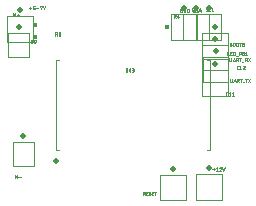
<source format=gbr>
G04 EAGLE Gerber RS-274X export*
G75*
%MOMM*%
%FSLAX34Y34*%
%LPD*%
%INSilkscreen Top*%
%IPPOS*%
%AMOC8*
5,1,8,0,0,1.08239X$1,22.5*%
G01*
%ADD10C,0.500000*%
%ADD11C,0.120000*%
%ADD12C,0.025400*%
%ADD13R,0.300000X0.300000*%


D10*
X31001Y33801D03*
D11*
X31200Y43200D02*
X33501Y43200D01*
X31200Y43200D02*
X31200Y119200D01*
X33501Y119200D01*
X158899Y43200D02*
X161200Y43200D01*
X161200Y119200D01*
X158899Y119200D01*
D12*
X89869Y111921D02*
X89869Y109903D01*
X89871Y109848D01*
X89877Y109793D01*
X89887Y109738D01*
X89900Y109684D01*
X89918Y109632D01*
X89939Y109581D01*
X89964Y109531D01*
X89992Y109483D01*
X90024Y109438D01*
X90059Y109395D01*
X90096Y109354D01*
X90137Y109317D01*
X90180Y109282D01*
X90225Y109250D01*
X90273Y109222D01*
X90323Y109197D01*
X90374Y109176D01*
X90426Y109158D01*
X90480Y109145D01*
X90535Y109135D01*
X90590Y109129D01*
X90645Y109127D01*
X90700Y109129D01*
X90755Y109135D01*
X90810Y109145D01*
X90864Y109158D01*
X90916Y109176D01*
X90967Y109197D01*
X91017Y109222D01*
X91065Y109250D01*
X91110Y109282D01*
X91153Y109317D01*
X91194Y109354D01*
X91231Y109395D01*
X91266Y109438D01*
X91298Y109483D01*
X91326Y109531D01*
X91351Y109581D01*
X91372Y109632D01*
X91390Y109684D01*
X91403Y109738D01*
X91413Y109793D01*
X91419Y109848D01*
X91421Y109903D01*
X91421Y111921D01*
X93297Y111921D02*
X93297Y109127D01*
X93297Y110524D02*
X92909Y110757D01*
X92908Y110756D02*
X92874Y110779D01*
X92841Y110805D01*
X92811Y110834D01*
X92784Y110865D01*
X92759Y110899D01*
X92738Y110935D01*
X92720Y110972D01*
X92706Y111011D01*
X92695Y111051D01*
X92687Y111092D01*
X92683Y111133D01*
X92683Y111175D01*
X92687Y111216D01*
X92695Y111257D01*
X92706Y111297D01*
X92720Y111336D01*
X92738Y111374D01*
X92760Y111410D01*
X92784Y111443D01*
X92812Y111475D01*
X92842Y111503D01*
X92874Y111529D01*
X92909Y111552D01*
X92945Y111572D01*
X92984Y111588D01*
X93023Y111601D01*
X93064Y111610D01*
X93064Y111611D02*
X93131Y111621D01*
X93199Y111628D01*
X93267Y111631D01*
X93336Y111630D01*
X93404Y111625D01*
X93471Y111617D01*
X93538Y111605D01*
X93605Y111589D01*
X93670Y111569D01*
X93734Y111546D01*
X93797Y111519D01*
X93858Y111489D01*
X93918Y111456D01*
X93297Y110524D02*
X93685Y110291D01*
X93685Y110292D02*
X93719Y110269D01*
X93752Y110243D01*
X93782Y110214D01*
X93809Y110183D01*
X93834Y110149D01*
X93855Y110113D01*
X93873Y110076D01*
X93887Y110037D01*
X93898Y109997D01*
X93906Y109956D01*
X93910Y109915D01*
X93910Y109873D01*
X93906Y109832D01*
X93898Y109791D01*
X93887Y109751D01*
X93873Y109712D01*
X93855Y109674D01*
X93833Y109638D01*
X93809Y109605D01*
X93782Y109573D01*
X93751Y109545D01*
X93719Y109519D01*
X93684Y109496D01*
X93648Y109476D01*
X93609Y109460D01*
X93570Y109447D01*
X93529Y109438D01*
X93530Y109437D02*
X93463Y109427D01*
X93395Y109420D01*
X93327Y109417D01*
X93258Y109418D01*
X93190Y109423D01*
X93123Y109431D01*
X93056Y109443D01*
X92989Y109459D01*
X92924Y109479D01*
X92860Y109502D01*
X92797Y109529D01*
X92736Y109559D01*
X92676Y109592D01*
X95081Y109127D02*
X95857Y109127D01*
X95912Y109129D01*
X95967Y109135D01*
X96022Y109145D01*
X96076Y109158D01*
X96128Y109176D01*
X96179Y109197D01*
X96229Y109222D01*
X96277Y109250D01*
X96322Y109282D01*
X96365Y109317D01*
X96406Y109354D01*
X96443Y109395D01*
X96478Y109438D01*
X96510Y109483D01*
X96538Y109531D01*
X96563Y109581D01*
X96584Y109632D01*
X96602Y109684D01*
X96615Y109738D01*
X96625Y109793D01*
X96631Y109848D01*
X96633Y109903D01*
X96631Y109958D01*
X96625Y110013D01*
X96615Y110068D01*
X96602Y110122D01*
X96584Y110174D01*
X96563Y110225D01*
X96538Y110275D01*
X96510Y110323D01*
X96478Y110368D01*
X96443Y110411D01*
X96406Y110452D01*
X96365Y110489D01*
X96322Y110524D01*
X96277Y110556D01*
X96229Y110584D01*
X96179Y110609D01*
X96128Y110630D01*
X96076Y110648D01*
X96022Y110661D01*
X95967Y110671D01*
X95912Y110677D01*
X95857Y110679D01*
X96012Y111921D02*
X95081Y111921D01*
X96012Y111921D02*
X96061Y111919D01*
X96109Y111913D01*
X96157Y111904D01*
X96204Y111891D01*
X96250Y111874D01*
X96294Y111853D01*
X96336Y111829D01*
X96377Y111802D01*
X96415Y111772D01*
X96451Y111739D01*
X96484Y111703D01*
X96514Y111665D01*
X96541Y111624D01*
X96565Y111582D01*
X96586Y111538D01*
X96603Y111492D01*
X96616Y111445D01*
X96625Y111397D01*
X96631Y111349D01*
X96633Y111300D01*
X96631Y111251D01*
X96625Y111203D01*
X96616Y111155D01*
X96603Y111108D01*
X96586Y111062D01*
X96565Y111018D01*
X96541Y110976D01*
X96514Y110935D01*
X96484Y110897D01*
X96451Y110861D01*
X96415Y110828D01*
X96377Y110798D01*
X96336Y110771D01*
X96294Y110747D01*
X96250Y110726D01*
X96204Y110709D01*
X96157Y110696D01*
X96109Y110687D01*
X96061Y110681D01*
X96012Y110679D01*
X95391Y110679D01*
D13*
X124800Y146700D03*
D12*
X130746Y154429D02*
X130746Y157223D01*
X131522Y157223D01*
X131577Y157221D01*
X131632Y157215D01*
X131687Y157205D01*
X131741Y157192D01*
X131793Y157174D01*
X131844Y157153D01*
X131894Y157128D01*
X131942Y157100D01*
X131987Y157068D01*
X132030Y157033D01*
X132071Y156996D01*
X132108Y156955D01*
X132143Y156912D01*
X132175Y156867D01*
X132203Y156819D01*
X132228Y156769D01*
X132249Y156718D01*
X132267Y156666D01*
X132280Y156612D01*
X132290Y156557D01*
X132296Y156502D01*
X132298Y156447D01*
X132296Y156392D01*
X132290Y156337D01*
X132280Y156282D01*
X132267Y156228D01*
X132249Y156176D01*
X132228Y156125D01*
X132203Y156075D01*
X132175Y156027D01*
X132143Y155982D01*
X132108Y155939D01*
X132071Y155898D01*
X132030Y155861D01*
X131987Y155826D01*
X131942Y155794D01*
X131894Y155766D01*
X131844Y155741D01*
X131793Y155720D01*
X131741Y155702D01*
X131687Y155689D01*
X131632Y155679D01*
X131577Y155673D01*
X131522Y155671D01*
X130746Y155671D01*
X131677Y155671D02*
X132298Y154429D01*
X133471Y155050D02*
X134092Y157223D01*
X133471Y155050D02*
X135023Y155050D01*
X134557Y155671D02*
X134557Y154429D01*
D13*
X13500Y149000D03*
D12*
X30446Y142523D02*
X30446Y139729D01*
X30446Y142523D02*
X31222Y142523D01*
X31277Y142521D01*
X31332Y142515D01*
X31387Y142505D01*
X31441Y142492D01*
X31493Y142474D01*
X31544Y142453D01*
X31594Y142428D01*
X31642Y142400D01*
X31687Y142368D01*
X31730Y142333D01*
X31771Y142296D01*
X31808Y142255D01*
X31843Y142212D01*
X31875Y142167D01*
X31903Y142119D01*
X31928Y142069D01*
X31949Y142018D01*
X31967Y141966D01*
X31980Y141912D01*
X31990Y141857D01*
X31996Y141802D01*
X31998Y141747D01*
X31996Y141692D01*
X31990Y141637D01*
X31980Y141582D01*
X31967Y141528D01*
X31949Y141476D01*
X31928Y141425D01*
X31903Y141375D01*
X31875Y141327D01*
X31843Y141282D01*
X31808Y141239D01*
X31771Y141198D01*
X31730Y141161D01*
X31687Y141126D01*
X31642Y141094D01*
X31594Y141066D01*
X31544Y141041D01*
X31493Y141020D01*
X31441Y141002D01*
X31387Y140989D01*
X31332Y140979D01*
X31277Y140973D01*
X31222Y140971D01*
X30446Y140971D01*
X31377Y140971D02*
X31998Y139729D01*
X33171Y140505D02*
X33173Y140560D01*
X33179Y140615D01*
X33189Y140670D01*
X33202Y140724D01*
X33220Y140776D01*
X33241Y140827D01*
X33266Y140877D01*
X33294Y140925D01*
X33326Y140970D01*
X33361Y141013D01*
X33398Y141054D01*
X33439Y141091D01*
X33482Y141126D01*
X33527Y141158D01*
X33575Y141186D01*
X33625Y141211D01*
X33676Y141232D01*
X33728Y141250D01*
X33782Y141263D01*
X33837Y141273D01*
X33892Y141279D01*
X33947Y141281D01*
X34002Y141279D01*
X34057Y141273D01*
X34112Y141263D01*
X34166Y141250D01*
X34218Y141232D01*
X34269Y141211D01*
X34319Y141186D01*
X34367Y141158D01*
X34412Y141126D01*
X34455Y141091D01*
X34496Y141054D01*
X34533Y141013D01*
X34568Y140970D01*
X34600Y140925D01*
X34628Y140877D01*
X34653Y140827D01*
X34674Y140776D01*
X34692Y140724D01*
X34705Y140670D01*
X34715Y140615D01*
X34721Y140560D01*
X34723Y140505D01*
X34721Y140450D01*
X34715Y140395D01*
X34705Y140340D01*
X34692Y140286D01*
X34674Y140234D01*
X34653Y140183D01*
X34628Y140133D01*
X34600Y140085D01*
X34568Y140040D01*
X34533Y139997D01*
X34496Y139956D01*
X34455Y139919D01*
X34412Y139884D01*
X34367Y139852D01*
X34319Y139824D01*
X34269Y139799D01*
X34218Y139778D01*
X34166Y139760D01*
X34112Y139747D01*
X34057Y139737D01*
X34002Y139731D01*
X33947Y139729D01*
X33892Y139731D01*
X33837Y139737D01*
X33782Y139747D01*
X33728Y139760D01*
X33676Y139778D01*
X33625Y139799D01*
X33575Y139824D01*
X33527Y139852D01*
X33482Y139884D01*
X33439Y139919D01*
X33398Y139956D01*
X33361Y139997D01*
X33326Y140040D01*
X33294Y140085D01*
X33266Y140133D01*
X33241Y140183D01*
X33220Y140234D01*
X33202Y140286D01*
X33189Y140340D01*
X33179Y140395D01*
X33173Y140450D01*
X33171Y140505D01*
X33326Y141902D02*
X33328Y141951D01*
X33334Y141999D01*
X33343Y142047D01*
X33356Y142094D01*
X33373Y142140D01*
X33394Y142184D01*
X33418Y142226D01*
X33445Y142267D01*
X33475Y142305D01*
X33508Y142341D01*
X33544Y142374D01*
X33582Y142404D01*
X33623Y142431D01*
X33665Y142455D01*
X33709Y142476D01*
X33755Y142493D01*
X33802Y142506D01*
X33850Y142515D01*
X33898Y142521D01*
X33947Y142523D01*
X33996Y142521D01*
X34044Y142515D01*
X34092Y142506D01*
X34139Y142493D01*
X34185Y142476D01*
X34229Y142455D01*
X34271Y142431D01*
X34312Y142404D01*
X34350Y142374D01*
X34386Y142341D01*
X34419Y142305D01*
X34449Y142267D01*
X34476Y142226D01*
X34500Y142184D01*
X34521Y142140D01*
X34538Y142094D01*
X34551Y142047D01*
X34560Y141999D01*
X34566Y141951D01*
X34568Y141902D01*
X34566Y141853D01*
X34560Y141805D01*
X34551Y141757D01*
X34538Y141710D01*
X34521Y141664D01*
X34500Y141620D01*
X34476Y141578D01*
X34449Y141537D01*
X34419Y141499D01*
X34386Y141463D01*
X34350Y141430D01*
X34312Y141400D01*
X34271Y141373D01*
X34229Y141349D01*
X34185Y141328D01*
X34139Y141311D01*
X34092Y141298D01*
X34044Y141289D01*
X33996Y141283D01*
X33947Y141281D01*
X33898Y141283D01*
X33850Y141289D01*
X33802Y141298D01*
X33755Y141311D01*
X33709Y141328D01*
X33665Y141349D01*
X33623Y141373D01*
X33582Y141400D01*
X33544Y141430D01*
X33508Y141463D01*
X33475Y141499D01*
X33445Y141537D01*
X33418Y141578D01*
X33394Y141620D01*
X33373Y141664D01*
X33356Y141710D01*
X33343Y141757D01*
X33334Y141805D01*
X33328Y141853D01*
X33326Y141902D01*
D13*
X13500Y138800D03*
D12*
X9377Y136271D02*
X9377Y133477D01*
X9377Y136271D02*
X10153Y136271D01*
X10208Y136269D01*
X10263Y136263D01*
X10318Y136253D01*
X10372Y136240D01*
X10424Y136222D01*
X10475Y136201D01*
X10525Y136176D01*
X10573Y136148D01*
X10618Y136116D01*
X10661Y136081D01*
X10702Y136044D01*
X10739Y136003D01*
X10774Y135960D01*
X10806Y135915D01*
X10834Y135867D01*
X10859Y135817D01*
X10880Y135766D01*
X10898Y135714D01*
X10911Y135660D01*
X10921Y135605D01*
X10927Y135550D01*
X10929Y135495D01*
X10927Y135440D01*
X10921Y135385D01*
X10911Y135330D01*
X10898Y135276D01*
X10880Y135224D01*
X10859Y135173D01*
X10834Y135123D01*
X10806Y135075D01*
X10774Y135030D01*
X10739Y134987D01*
X10702Y134946D01*
X10661Y134909D01*
X10618Y134874D01*
X10573Y134842D01*
X10525Y134814D01*
X10475Y134789D01*
X10424Y134768D01*
X10372Y134750D01*
X10318Y134737D01*
X10263Y134727D01*
X10208Y134721D01*
X10153Y134719D01*
X9377Y134719D01*
X10308Y134719D02*
X10929Y133477D01*
X12723Y134719D02*
X13654Y134719D01*
X12723Y134719D02*
X12674Y134721D01*
X12626Y134727D01*
X12578Y134736D01*
X12531Y134749D01*
X12485Y134766D01*
X12441Y134787D01*
X12399Y134811D01*
X12358Y134838D01*
X12320Y134868D01*
X12284Y134901D01*
X12251Y134937D01*
X12221Y134975D01*
X12193Y135016D01*
X12170Y135058D01*
X12149Y135102D01*
X12132Y135148D01*
X12119Y135195D01*
X12110Y135243D01*
X12104Y135291D01*
X12102Y135340D01*
X12102Y135495D01*
X12104Y135550D01*
X12110Y135605D01*
X12120Y135660D01*
X12133Y135714D01*
X12151Y135766D01*
X12172Y135817D01*
X12197Y135867D01*
X12225Y135915D01*
X12257Y135960D01*
X12292Y136003D01*
X12329Y136044D01*
X12370Y136081D01*
X12413Y136116D01*
X12458Y136148D01*
X12506Y136176D01*
X12556Y136201D01*
X12607Y136222D01*
X12659Y136240D01*
X12713Y136253D01*
X12768Y136263D01*
X12823Y136269D01*
X12878Y136271D01*
X12933Y136269D01*
X12988Y136263D01*
X13043Y136253D01*
X13097Y136240D01*
X13149Y136222D01*
X13200Y136201D01*
X13250Y136176D01*
X13298Y136148D01*
X13343Y136116D01*
X13386Y136081D01*
X13427Y136044D01*
X13464Y136003D01*
X13499Y135960D01*
X13531Y135915D01*
X13559Y135867D01*
X13584Y135817D01*
X13605Y135766D01*
X13623Y135714D01*
X13636Y135660D01*
X13646Y135605D01*
X13652Y135550D01*
X13654Y135495D01*
X13654Y134719D01*
X13655Y134719D02*
X13653Y134649D01*
X13647Y134580D01*
X13637Y134511D01*
X13624Y134443D01*
X13606Y134375D01*
X13585Y134309D01*
X13560Y134244D01*
X13532Y134180D01*
X13500Y134118D01*
X13465Y134058D01*
X13426Y134000D01*
X13384Y133945D01*
X13339Y133891D01*
X13291Y133841D01*
X13241Y133793D01*
X13187Y133748D01*
X13132Y133706D01*
X13074Y133667D01*
X13014Y133632D01*
X12952Y133600D01*
X12888Y133572D01*
X12823Y133547D01*
X12757Y133526D01*
X12689Y133508D01*
X12621Y133495D01*
X12552Y133485D01*
X12483Y133479D01*
X12413Y133477D01*
X175448Y88777D02*
X176069Y88777D01*
X175448Y88777D02*
X175399Y88779D01*
X175351Y88785D01*
X175303Y88794D01*
X175256Y88807D01*
X175210Y88824D01*
X175166Y88845D01*
X175124Y88869D01*
X175083Y88896D01*
X175045Y88926D01*
X175009Y88959D01*
X174976Y88995D01*
X174946Y89033D01*
X174919Y89074D01*
X174895Y89116D01*
X174874Y89160D01*
X174857Y89206D01*
X174844Y89253D01*
X174835Y89301D01*
X174829Y89349D01*
X174827Y89398D01*
X174827Y90950D01*
X174829Y90999D01*
X174835Y91047D01*
X174844Y91095D01*
X174857Y91142D01*
X174874Y91188D01*
X174895Y91232D01*
X174919Y91274D01*
X174946Y91315D01*
X174976Y91353D01*
X175009Y91389D01*
X175045Y91422D01*
X175083Y91452D01*
X175124Y91479D01*
X175166Y91503D01*
X175210Y91524D01*
X175256Y91541D01*
X175303Y91554D01*
X175351Y91563D01*
X175399Y91569D01*
X175448Y91571D01*
X176069Y91571D01*
X177121Y90950D02*
X177897Y91571D01*
X177897Y88777D01*
X177121Y88777D02*
X178673Y88777D01*
X179864Y90950D02*
X180640Y91571D01*
X180640Y88777D01*
X179864Y88777D02*
X181417Y88777D01*
X184604Y111529D02*
X185225Y111529D01*
X184604Y111529D02*
X184555Y111531D01*
X184507Y111537D01*
X184459Y111546D01*
X184412Y111559D01*
X184366Y111576D01*
X184322Y111597D01*
X184280Y111621D01*
X184239Y111648D01*
X184201Y111678D01*
X184165Y111711D01*
X184132Y111747D01*
X184102Y111785D01*
X184075Y111826D01*
X184051Y111868D01*
X184030Y111912D01*
X184013Y111958D01*
X184000Y112005D01*
X183991Y112053D01*
X183985Y112101D01*
X183983Y112150D01*
X183983Y113702D01*
X183985Y113751D01*
X183991Y113799D01*
X184000Y113847D01*
X184013Y113894D01*
X184030Y113940D01*
X184051Y113984D01*
X184075Y114026D01*
X184102Y114067D01*
X184132Y114105D01*
X184165Y114141D01*
X184201Y114174D01*
X184239Y114204D01*
X184280Y114231D01*
X184322Y114255D01*
X184366Y114276D01*
X184412Y114293D01*
X184459Y114306D01*
X184507Y114315D01*
X184555Y114321D01*
X184604Y114323D01*
X185225Y114323D01*
X186278Y113702D02*
X187054Y114323D01*
X187054Y111529D01*
X186278Y111529D02*
X187830Y111529D01*
X190574Y113625D02*
X190572Y113675D01*
X190567Y113724D01*
X190558Y113774D01*
X190546Y113822D01*
X190530Y113869D01*
X190511Y113915D01*
X190488Y113960D01*
X190463Y114003D01*
X190435Y114044D01*
X190403Y114083D01*
X190369Y114119D01*
X190333Y114153D01*
X190294Y114185D01*
X190253Y114213D01*
X190210Y114238D01*
X190165Y114261D01*
X190119Y114280D01*
X190072Y114296D01*
X190024Y114308D01*
X189974Y114317D01*
X189925Y114322D01*
X189875Y114324D01*
X189875Y114323D02*
X189819Y114321D01*
X189762Y114316D01*
X189707Y114307D01*
X189652Y114295D01*
X189598Y114279D01*
X189545Y114260D01*
X189493Y114238D01*
X189443Y114212D01*
X189394Y114183D01*
X189347Y114151D01*
X189303Y114117D01*
X189261Y114080D01*
X189221Y114040D01*
X189183Y113997D01*
X189149Y113953D01*
X189117Y113906D01*
X189089Y113858D01*
X189063Y113807D01*
X189041Y113755D01*
X189022Y113702D01*
X190340Y113082D02*
X190376Y113118D01*
X190409Y113156D01*
X190439Y113197D01*
X190466Y113240D01*
X190491Y113284D01*
X190512Y113330D01*
X190531Y113377D01*
X190546Y113425D01*
X190558Y113474D01*
X190566Y113524D01*
X190571Y113574D01*
X190573Y113625D01*
X190340Y113081D02*
X189021Y111529D01*
X190573Y111529D01*
D10*
X-800Y146740D03*
D11*
X8200Y121700D02*
X-9800Y121700D01*
X-9800Y141700D01*
X8200Y141700D01*
X8200Y121700D01*
D12*
X-5232Y155917D02*
X-5232Y158711D01*
X-4300Y157159D01*
X-3369Y158711D01*
X-3369Y155917D01*
X-2031Y157004D02*
X-168Y157004D01*
X-1100Y157935D02*
X-1100Y156072D01*
D10*
X3200Y54640D03*
D11*
X12200Y29600D02*
X-5800Y29600D01*
X-5800Y49600D01*
X12200Y49600D01*
X12200Y29600D01*
D12*
X-4032Y21811D02*
X-4032Y19017D01*
X-3100Y20259D02*
X-4032Y21811D01*
X-3100Y20259D02*
X-2169Y21811D01*
X-2169Y19017D01*
X-831Y20104D02*
X1032Y20104D01*
D10*
X165700Y146940D03*
D11*
X176600Y120100D02*
X154800Y120100D01*
X154800Y141900D01*
X176600Y141900D01*
X176600Y120100D01*
D12*
X177987Y132469D02*
X178763Y132469D01*
X178818Y132467D01*
X178873Y132461D01*
X178928Y132451D01*
X178982Y132438D01*
X179034Y132420D01*
X179085Y132399D01*
X179135Y132374D01*
X179183Y132346D01*
X179228Y132314D01*
X179271Y132279D01*
X179312Y132242D01*
X179349Y132201D01*
X179384Y132158D01*
X179416Y132113D01*
X179444Y132065D01*
X179469Y132015D01*
X179490Y131964D01*
X179508Y131912D01*
X179521Y131858D01*
X179531Y131803D01*
X179537Y131748D01*
X179539Y131693D01*
X179537Y131638D01*
X179531Y131583D01*
X179521Y131528D01*
X179508Y131474D01*
X179490Y131422D01*
X179469Y131371D01*
X179444Y131321D01*
X179416Y131273D01*
X179384Y131228D01*
X179349Y131185D01*
X179312Y131144D01*
X179271Y131107D01*
X179228Y131072D01*
X179183Y131040D01*
X179135Y131012D01*
X179085Y130987D01*
X179034Y130966D01*
X178982Y130948D01*
X178928Y130935D01*
X178873Y130925D01*
X178818Y130919D01*
X178763Y130917D01*
X177987Y130917D01*
X177987Y133711D01*
X178763Y133711D01*
X178812Y133709D01*
X178860Y133703D01*
X178908Y133694D01*
X178955Y133681D01*
X179001Y133664D01*
X179045Y133643D01*
X179087Y133619D01*
X179128Y133592D01*
X179166Y133562D01*
X179202Y133529D01*
X179235Y133493D01*
X179265Y133455D01*
X179292Y133414D01*
X179316Y133372D01*
X179337Y133328D01*
X179354Y133282D01*
X179367Y133235D01*
X179376Y133187D01*
X179382Y133139D01*
X179384Y133090D01*
X179382Y133041D01*
X179376Y132993D01*
X179367Y132945D01*
X179354Y132898D01*
X179337Y132852D01*
X179316Y132808D01*
X179292Y132766D01*
X179265Y132725D01*
X179235Y132687D01*
X179202Y132651D01*
X179166Y132618D01*
X179128Y132588D01*
X179087Y132561D01*
X179045Y132537D01*
X179001Y132516D01*
X178955Y132499D01*
X178908Y132486D01*
X178860Y132477D01*
X178812Y132471D01*
X178763Y132469D01*
X180597Y132935D02*
X180597Y131693D01*
X180597Y132935D02*
X180599Y132990D01*
X180605Y133045D01*
X180615Y133100D01*
X180628Y133154D01*
X180646Y133206D01*
X180667Y133257D01*
X180692Y133307D01*
X180720Y133355D01*
X180752Y133400D01*
X180787Y133443D01*
X180824Y133484D01*
X180865Y133521D01*
X180908Y133556D01*
X180953Y133588D01*
X181001Y133616D01*
X181051Y133641D01*
X181102Y133662D01*
X181154Y133680D01*
X181208Y133693D01*
X181263Y133703D01*
X181318Y133709D01*
X181373Y133711D01*
X181428Y133709D01*
X181483Y133703D01*
X181538Y133693D01*
X181592Y133680D01*
X181644Y133662D01*
X181695Y133641D01*
X181745Y133616D01*
X181793Y133588D01*
X181838Y133556D01*
X181881Y133521D01*
X181922Y133484D01*
X181959Y133443D01*
X181994Y133400D01*
X182026Y133355D01*
X182054Y133307D01*
X182079Y133257D01*
X182100Y133206D01*
X182118Y133154D01*
X182131Y133100D01*
X182141Y133045D01*
X182147Y132990D01*
X182149Y132935D01*
X182149Y131693D01*
X182147Y131638D01*
X182141Y131583D01*
X182131Y131528D01*
X182118Y131474D01*
X182100Y131422D01*
X182079Y131371D01*
X182054Y131321D01*
X182026Y131273D01*
X181994Y131228D01*
X181959Y131185D01*
X181922Y131144D01*
X181881Y131107D01*
X181838Y131072D01*
X181793Y131040D01*
X181745Y131012D01*
X181695Y130987D01*
X181644Y130966D01*
X181592Y130948D01*
X181538Y130935D01*
X181483Y130925D01*
X181428Y130919D01*
X181373Y130917D01*
X181318Y130919D01*
X181263Y130925D01*
X181208Y130935D01*
X181154Y130948D01*
X181102Y130966D01*
X181051Y130987D01*
X181001Y131012D01*
X180953Y131040D01*
X180908Y131072D01*
X180865Y131107D01*
X180824Y131144D01*
X180787Y131185D01*
X180752Y131228D01*
X180720Y131273D01*
X180692Y131321D01*
X180667Y131371D01*
X180646Y131422D01*
X180628Y131474D01*
X180615Y131528D01*
X180605Y131583D01*
X180599Y131638D01*
X180597Y131693D01*
X183340Y131693D02*
X183340Y132935D01*
X183342Y132990D01*
X183348Y133045D01*
X183358Y133100D01*
X183371Y133154D01*
X183389Y133206D01*
X183410Y133257D01*
X183435Y133307D01*
X183463Y133355D01*
X183495Y133400D01*
X183530Y133443D01*
X183567Y133484D01*
X183608Y133521D01*
X183651Y133556D01*
X183696Y133588D01*
X183744Y133616D01*
X183794Y133641D01*
X183845Y133662D01*
X183897Y133680D01*
X183951Y133693D01*
X184006Y133703D01*
X184061Y133709D01*
X184116Y133711D01*
X184171Y133709D01*
X184226Y133703D01*
X184281Y133693D01*
X184335Y133680D01*
X184387Y133662D01*
X184438Y133641D01*
X184488Y133616D01*
X184536Y133588D01*
X184581Y133556D01*
X184624Y133521D01*
X184665Y133484D01*
X184702Y133443D01*
X184737Y133400D01*
X184769Y133355D01*
X184797Y133307D01*
X184822Y133257D01*
X184843Y133206D01*
X184861Y133154D01*
X184874Y133100D01*
X184884Y133045D01*
X184890Y132990D01*
X184892Y132935D01*
X184893Y132935D02*
X184893Y131693D01*
X184892Y131693D02*
X184890Y131638D01*
X184884Y131583D01*
X184874Y131528D01*
X184861Y131474D01*
X184843Y131422D01*
X184822Y131371D01*
X184797Y131321D01*
X184769Y131273D01*
X184737Y131228D01*
X184702Y131185D01*
X184665Y131144D01*
X184624Y131107D01*
X184581Y131072D01*
X184536Y131040D01*
X184488Y131012D01*
X184438Y130987D01*
X184387Y130966D01*
X184335Y130948D01*
X184281Y130935D01*
X184226Y130925D01*
X184171Y130919D01*
X184116Y130917D01*
X184061Y130919D01*
X184006Y130925D01*
X183951Y130935D01*
X183897Y130948D01*
X183845Y130966D01*
X183794Y130987D01*
X183744Y131012D01*
X183696Y131040D01*
X183651Y131072D01*
X183608Y131107D01*
X183567Y131144D01*
X183530Y131185D01*
X183495Y131228D01*
X183463Y131273D01*
X183435Y131321D01*
X183410Y131371D01*
X183389Y131422D01*
X183371Y131474D01*
X183358Y131528D01*
X183348Y131583D01*
X183342Y131638D01*
X183340Y131693D01*
X186677Y130917D02*
X186677Y133711D01*
X185901Y133711D02*
X187453Y133711D01*
X188694Y133323D02*
X188654Y133237D01*
X188618Y133149D01*
X188585Y133060D01*
X188556Y132970D01*
X188531Y132878D01*
X188510Y132785D01*
X188492Y132692D01*
X188479Y132598D01*
X188469Y132504D01*
X188463Y132409D01*
X188461Y132314D01*
X188694Y133323D02*
X188710Y133365D01*
X188729Y133405D01*
X188752Y133443D01*
X188777Y133480D01*
X188805Y133515D01*
X188835Y133547D01*
X188868Y133577D01*
X188903Y133604D01*
X188941Y133629D01*
X188980Y133650D01*
X189020Y133668D01*
X189062Y133684D01*
X189105Y133696D01*
X189148Y133704D01*
X189193Y133709D01*
X189237Y133711D01*
X189281Y133709D01*
X189326Y133704D01*
X189369Y133696D01*
X189412Y133684D01*
X189454Y133668D01*
X189494Y133650D01*
X189533Y133629D01*
X189571Y133604D01*
X189606Y133577D01*
X189639Y133547D01*
X189669Y133515D01*
X189697Y133480D01*
X189722Y133443D01*
X189745Y133405D01*
X189764Y133365D01*
X189780Y133323D01*
X189820Y133237D01*
X189856Y133149D01*
X189889Y133060D01*
X189918Y132969D01*
X189943Y132878D01*
X189964Y132785D01*
X189982Y132692D01*
X189995Y132598D01*
X190005Y132504D01*
X190011Y132409D01*
X190013Y132314D01*
X188461Y132314D02*
X188463Y132219D01*
X188469Y132124D01*
X188479Y132030D01*
X188492Y131936D01*
X188510Y131843D01*
X188531Y131750D01*
X188556Y131659D01*
X188585Y131568D01*
X188618Y131479D01*
X188654Y131391D01*
X188694Y131305D01*
X188710Y131263D01*
X188729Y131223D01*
X188752Y131185D01*
X188777Y131148D01*
X188805Y131113D01*
X188835Y131081D01*
X188868Y131051D01*
X188903Y131024D01*
X188941Y130999D01*
X188980Y130978D01*
X189020Y130960D01*
X189062Y130944D01*
X189105Y130932D01*
X189148Y130924D01*
X189193Y130919D01*
X189237Y130917D01*
X189781Y131305D02*
X189821Y131391D01*
X189857Y131479D01*
X189890Y131568D01*
X189919Y131658D01*
X189944Y131750D01*
X189965Y131843D01*
X189983Y131936D01*
X189996Y132030D01*
X190006Y132124D01*
X190012Y132219D01*
X190014Y132314D01*
X189780Y131305D02*
X189764Y131263D01*
X189745Y131223D01*
X189722Y131185D01*
X189697Y131148D01*
X189669Y131113D01*
X189639Y131081D01*
X189606Y131051D01*
X189571Y131024D01*
X189533Y130999D01*
X189494Y130978D01*
X189454Y130960D01*
X189412Y130944D01*
X189369Y130932D01*
X189326Y130924D01*
X189281Y130919D01*
X189237Y130917D01*
X188616Y131538D02*
X189858Y133090D01*
D10*
X165300Y115440D03*
D11*
X176200Y88600D02*
X154400Y88600D01*
X154400Y110400D01*
X176200Y110400D01*
X176200Y88600D01*
D12*
X178465Y101193D02*
X178465Y103211D01*
X178466Y101193D02*
X178468Y101138D01*
X178474Y101083D01*
X178484Y101028D01*
X178497Y100974D01*
X178515Y100922D01*
X178536Y100871D01*
X178561Y100821D01*
X178589Y100773D01*
X178621Y100728D01*
X178656Y100685D01*
X178693Y100644D01*
X178734Y100607D01*
X178777Y100572D01*
X178822Y100540D01*
X178870Y100512D01*
X178920Y100487D01*
X178971Y100466D01*
X179023Y100448D01*
X179077Y100435D01*
X179132Y100425D01*
X179187Y100419D01*
X179242Y100417D01*
X179297Y100419D01*
X179352Y100425D01*
X179407Y100435D01*
X179461Y100448D01*
X179513Y100466D01*
X179564Y100487D01*
X179614Y100512D01*
X179662Y100540D01*
X179707Y100572D01*
X179750Y100607D01*
X179791Y100644D01*
X179828Y100685D01*
X179863Y100728D01*
X179895Y100773D01*
X179923Y100821D01*
X179948Y100871D01*
X179969Y100922D01*
X179987Y100974D01*
X180000Y101028D01*
X180010Y101083D01*
X180016Y101138D01*
X180018Y101193D01*
X180018Y103211D01*
X182076Y103211D02*
X181145Y100417D01*
X183008Y100417D02*
X182076Y103211D01*
X182775Y101116D02*
X181378Y101116D01*
X184153Y100417D02*
X184153Y103211D01*
X184929Y103211D01*
X184984Y103209D01*
X185039Y103203D01*
X185094Y103193D01*
X185148Y103180D01*
X185200Y103162D01*
X185251Y103141D01*
X185301Y103116D01*
X185349Y103088D01*
X185394Y103056D01*
X185437Y103021D01*
X185478Y102984D01*
X185515Y102943D01*
X185550Y102900D01*
X185582Y102855D01*
X185610Y102807D01*
X185635Y102757D01*
X185656Y102706D01*
X185674Y102654D01*
X185687Y102600D01*
X185697Y102545D01*
X185703Y102490D01*
X185705Y102435D01*
X185703Y102380D01*
X185697Y102325D01*
X185687Y102270D01*
X185674Y102216D01*
X185656Y102164D01*
X185635Y102113D01*
X185610Y102063D01*
X185582Y102015D01*
X185550Y101970D01*
X185515Y101927D01*
X185478Y101886D01*
X185437Y101849D01*
X185394Y101814D01*
X185349Y101782D01*
X185301Y101754D01*
X185251Y101729D01*
X185200Y101708D01*
X185148Y101690D01*
X185094Y101677D01*
X185039Y101667D01*
X184984Y101661D01*
X184929Y101659D01*
X184153Y101659D01*
X185084Y101659D02*
X185705Y100417D01*
X187471Y100417D02*
X187471Y103211D01*
X186695Y103211D02*
X188247Y103211D01*
X189136Y100107D02*
X190378Y100107D01*
X192043Y100417D02*
X192043Y103211D01*
X191267Y103211D02*
X192819Y103211D01*
X195535Y103211D02*
X193672Y100417D01*
X195535Y100417D02*
X193672Y103211D01*
D10*
X166000Y127040D03*
D11*
X176900Y100200D02*
X155100Y100200D01*
X155100Y122000D01*
X176900Y122000D01*
X176900Y100200D01*
D12*
X177737Y118693D02*
X177737Y120711D01*
X177737Y118693D02*
X177739Y118638D01*
X177745Y118583D01*
X177755Y118528D01*
X177768Y118474D01*
X177786Y118422D01*
X177807Y118371D01*
X177832Y118321D01*
X177860Y118273D01*
X177892Y118228D01*
X177927Y118185D01*
X177964Y118144D01*
X178005Y118107D01*
X178048Y118072D01*
X178093Y118040D01*
X178141Y118012D01*
X178191Y117987D01*
X178242Y117966D01*
X178294Y117948D01*
X178348Y117935D01*
X178403Y117925D01*
X178458Y117919D01*
X178513Y117917D01*
X178568Y117919D01*
X178623Y117925D01*
X178678Y117935D01*
X178732Y117948D01*
X178784Y117966D01*
X178835Y117987D01*
X178885Y118012D01*
X178933Y118040D01*
X178978Y118072D01*
X179021Y118107D01*
X179062Y118144D01*
X179099Y118185D01*
X179134Y118228D01*
X179166Y118273D01*
X179194Y118321D01*
X179219Y118371D01*
X179240Y118422D01*
X179258Y118474D01*
X179271Y118528D01*
X179281Y118583D01*
X179287Y118638D01*
X179289Y118693D01*
X179289Y120711D01*
X181348Y120711D02*
X180416Y117917D01*
X182279Y117917D02*
X181348Y120711D01*
X182046Y118616D02*
X180649Y118616D01*
X183424Y117917D02*
X183424Y120711D01*
X184200Y120711D01*
X184255Y120709D01*
X184310Y120703D01*
X184365Y120693D01*
X184419Y120680D01*
X184471Y120662D01*
X184522Y120641D01*
X184572Y120616D01*
X184620Y120588D01*
X184665Y120556D01*
X184708Y120521D01*
X184749Y120484D01*
X184786Y120443D01*
X184821Y120400D01*
X184853Y120355D01*
X184881Y120307D01*
X184906Y120257D01*
X184927Y120206D01*
X184945Y120154D01*
X184958Y120100D01*
X184968Y120045D01*
X184974Y119990D01*
X184976Y119935D01*
X184974Y119880D01*
X184968Y119825D01*
X184958Y119770D01*
X184945Y119716D01*
X184927Y119664D01*
X184906Y119613D01*
X184881Y119563D01*
X184853Y119515D01*
X184821Y119470D01*
X184786Y119427D01*
X184749Y119386D01*
X184708Y119349D01*
X184665Y119314D01*
X184620Y119282D01*
X184572Y119254D01*
X184522Y119229D01*
X184471Y119208D01*
X184419Y119190D01*
X184365Y119177D01*
X184310Y119167D01*
X184255Y119161D01*
X184200Y119159D01*
X183424Y119159D01*
X184355Y119159D02*
X184976Y117917D01*
X186742Y117917D02*
X186742Y120711D01*
X185966Y120711D02*
X187519Y120711D01*
X188408Y117607D02*
X189649Y117607D01*
X190831Y117917D02*
X190831Y120711D01*
X191607Y120711D01*
X191662Y120709D01*
X191717Y120703D01*
X191772Y120693D01*
X191826Y120680D01*
X191878Y120662D01*
X191929Y120641D01*
X191979Y120616D01*
X192027Y120588D01*
X192072Y120556D01*
X192115Y120521D01*
X192156Y120484D01*
X192193Y120443D01*
X192228Y120400D01*
X192260Y120355D01*
X192288Y120307D01*
X192313Y120257D01*
X192334Y120206D01*
X192352Y120154D01*
X192365Y120100D01*
X192375Y120045D01*
X192381Y119990D01*
X192383Y119935D01*
X192381Y119880D01*
X192375Y119825D01*
X192365Y119770D01*
X192352Y119716D01*
X192334Y119664D01*
X192313Y119613D01*
X192288Y119563D01*
X192260Y119515D01*
X192228Y119470D01*
X192193Y119427D01*
X192156Y119386D01*
X192115Y119349D01*
X192072Y119314D01*
X192027Y119282D01*
X191979Y119254D01*
X191929Y119229D01*
X191878Y119208D01*
X191826Y119190D01*
X191772Y119177D01*
X191717Y119167D01*
X191662Y119161D01*
X191607Y119159D01*
X190831Y119159D01*
X191762Y119159D02*
X192383Y117917D01*
X193401Y117917D02*
X195263Y120711D01*
X193401Y120711D02*
X195263Y117917D01*
D10*
X139300Y163040D03*
D11*
X150200Y136200D02*
X128400Y136200D01*
X128400Y158000D01*
X150200Y158000D01*
X150200Y136200D01*
D12*
X137650Y160969D02*
X137184Y160969D01*
X137650Y160969D02*
X137650Y159417D01*
X136719Y159417D01*
X136670Y159419D01*
X136622Y159425D01*
X136574Y159434D01*
X136527Y159447D01*
X136481Y159464D01*
X136437Y159485D01*
X136395Y159509D01*
X136354Y159536D01*
X136316Y159566D01*
X136280Y159599D01*
X136247Y159635D01*
X136217Y159673D01*
X136190Y159714D01*
X136166Y159756D01*
X136145Y159800D01*
X136128Y159846D01*
X136115Y159893D01*
X136106Y159941D01*
X136100Y159989D01*
X136098Y160038D01*
X136098Y161590D01*
X136100Y161639D01*
X136106Y161687D01*
X136115Y161735D01*
X136128Y161782D01*
X136145Y161828D01*
X136166Y161872D01*
X136190Y161914D01*
X136217Y161955D01*
X136247Y161993D01*
X136280Y162029D01*
X136316Y162062D01*
X136354Y162092D01*
X136395Y162119D01*
X136437Y162143D01*
X136481Y162164D01*
X136527Y162181D01*
X136574Y162194D01*
X136622Y162203D01*
X136670Y162209D01*
X136719Y162211D01*
X137650Y162211D01*
X139024Y162211D02*
X139024Y159417D01*
X140576Y159417D02*
X139024Y162211D01*
X140576Y162211D02*
X140576Y159417D01*
X141950Y159417D02*
X141950Y162211D01*
X142726Y162211D01*
X142781Y162209D01*
X142836Y162203D01*
X142891Y162193D01*
X142945Y162180D01*
X142997Y162162D01*
X143048Y162141D01*
X143098Y162116D01*
X143146Y162088D01*
X143191Y162056D01*
X143234Y162021D01*
X143275Y161984D01*
X143312Y161943D01*
X143347Y161900D01*
X143379Y161855D01*
X143407Y161807D01*
X143432Y161757D01*
X143453Y161706D01*
X143471Y161654D01*
X143484Y161600D01*
X143494Y161545D01*
X143500Y161490D01*
X143502Y161435D01*
X143502Y160193D01*
X143500Y160140D01*
X143495Y160087D01*
X143486Y160035D01*
X143473Y159984D01*
X143457Y159933D01*
X143438Y159884D01*
X143415Y159836D01*
X143389Y159790D01*
X143360Y159745D01*
X143328Y159703D01*
X143293Y159663D01*
X143256Y159626D01*
X143216Y159591D01*
X143173Y159559D01*
X143129Y159530D01*
X143083Y159504D01*
X143035Y159481D01*
X142986Y159462D01*
X142935Y159446D01*
X142884Y159433D01*
X142832Y159424D01*
X142779Y159419D01*
X142726Y159417D01*
X141950Y159417D01*
D10*
X130100Y27040D03*
D11*
X141000Y200D02*
X119200Y200D01*
X119200Y22000D01*
X141000Y22000D01*
X141000Y200D01*
D12*
X104395Y4917D02*
X104395Y7711D01*
X105171Y7711D01*
X105226Y7709D01*
X105281Y7703D01*
X105336Y7693D01*
X105390Y7680D01*
X105442Y7662D01*
X105493Y7641D01*
X105543Y7616D01*
X105591Y7588D01*
X105636Y7556D01*
X105679Y7521D01*
X105720Y7484D01*
X105757Y7443D01*
X105792Y7400D01*
X105824Y7355D01*
X105852Y7307D01*
X105877Y7257D01*
X105898Y7206D01*
X105916Y7154D01*
X105929Y7100D01*
X105939Y7045D01*
X105945Y6990D01*
X105947Y6935D01*
X105945Y6880D01*
X105939Y6825D01*
X105929Y6770D01*
X105916Y6716D01*
X105898Y6664D01*
X105877Y6613D01*
X105852Y6563D01*
X105824Y6515D01*
X105792Y6470D01*
X105757Y6427D01*
X105720Y6386D01*
X105679Y6349D01*
X105636Y6314D01*
X105591Y6282D01*
X105543Y6254D01*
X105493Y6229D01*
X105442Y6208D01*
X105390Y6190D01*
X105336Y6177D01*
X105281Y6167D01*
X105226Y6161D01*
X105171Y6159D01*
X104395Y6159D01*
X105327Y6159D02*
X105947Y4917D01*
X107217Y4917D02*
X108459Y4917D01*
X107217Y4917D02*
X107217Y7711D01*
X108459Y7711D01*
X108149Y6469D02*
X107217Y6469D01*
X110338Y4917D02*
X110387Y4919D01*
X110435Y4925D01*
X110483Y4934D01*
X110530Y4947D01*
X110576Y4964D01*
X110620Y4985D01*
X110662Y5009D01*
X110703Y5036D01*
X110741Y5066D01*
X110777Y5099D01*
X110810Y5135D01*
X110840Y5173D01*
X110867Y5214D01*
X110891Y5256D01*
X110912Y5300D01*
X110929Y5346D01*
X110942Y5393D01*
X110951Y5441D01*
X110957Y5489D01*
X110959Y5538D01*
X110338Y4917D02*
X110269Y4919D01*
X110200Y4924D01*
X110132Y4933D01*
X110064Y4946D01*
X109997Y4962D01*
X109930Y4982D01*
X109865Y5005D01*
X109802Y5032D01*
X109739Y5061D01*
X109679Y5095D01*
X109620Y5131D01*
X109563Y5170D01*
X109509Y5212D01*
X109456Y5257D01*
X109406Y5305D01*
X109484Y7090D02*
X109486Y7139D01*
X109492Y7187D01*
X109501Y7235D01*
X109514Y7282D01*
X109531Y7328D01*
X109552Y7372D01*
X109576Y7414D01*
X109603Y7455D01*
X109633Y7493D01*
X109666Y7529D01*
X109702Y7562D01*
X109740Y7592D01*
X109781Y7620D01*
X109823Y7643D01*
X109867Y7664D01*
X109913Y7681D01*
X109960Y7694D01*
X110008Y7703D01*
X110056Y7709D01*
X110105Y7711D01*
X110167Y7709D01*
X110230Y7704D01*
X110291Y7696D01*
X110353Y7684D01*
X110413Y7669D01*
X110473Y7651D01*
X110532Y7630D01*
X110589Y7606D01*
X110645Y7578D01*
X110700Y7548D01*
X110752Y7514D01*
X110803Y7478D01*
X109795Y6546D02*
X109755Y6572D01*
X109718Y6600D01*
X109683Y6630D01*
X109650Y6664D01*
X109619Y6699D01*
X109592Y6737D01*
X109567Y6777D01*
X109545Y6818D01*
X109527Y6861D01*
X109512Y6906D01*
X109500Y6951D01*
X109491Y6997D01*
X109486Y7043D01*
X109484Y7090D01*
X110648Y6082D02*
X110688Y6056D01*
X110725Y6028D01*
X110760Y5998D01*
X110793Y5964D01*
X110824Y5929D01*
X110851Y5891D01*
X110876Y5851D01*
X110898Y5810D01*
X110916Y5767D01*
X110931Y5722D01*
X110943Y5677D01*
X110952Y5631D01*
X110957Y5585D01*
X110959Y5538D01*
X110648Y6081D02*
X109794Y6547D01*
X112155Y4917D02*
X113397Y4917D01*
X112155Y4917D02*
X112155Y7711D01*
X113397Y7711D01*
X113086Y6469D02*
X112155Y6469D01*
X115029Y7711D02*
X115029Y4917D01*
X114253Y7711D02*
X115805Y7711D01*
D10*
X165800Y137040D03*
D11*
X176700Y110200D02*
X154900Y110200D01*
X154900Y132000D01*
X176700Y132000D01*
X176700Y110200D01*
D12*
X176092Y123117D02*
X176092Y125911D01*
X176092Y123117D02*
X177333Y123117D01*
X178469Y123117D02*
X179711Y123117D01*
X178469Y123117D02*
X178469Y125911D01*
X179711Y125911D01*
X179400Y124669D02*
X178469Y124669D01*
X180841Y125911D02*
X180841Y123117D01*
X180841Y125911D02*
X181617Y125911D01*
X181672Y125909D01*
X181727Y125903D01*
X181782Y125893D01*
X181836Y125880D01*
X181888Y125862D01*
X181939Y125841D01*
X181989Y125816D01*
X182037Y125788D01*
X182082Y125756D01*
X182125Y125721D01*
X182166Y125684D01*
X182203Y125643D01*
X182238Y125600D01*
X182270Y125555D01*
X182298Y125507D01*
X182323Y125457D01*
X182344Y125406D01*
X182362Y125354D01*
X182375Y125300D01*
X182385Y125245D01*
X182391Y125190D01*
X182393Y125135D01*
X182393Y123893D01*
X182391Y123840D01*
X182386Y123787D01*
X182377Y123735D01*
X182364Y123684D01*
X182348Y123633D01*
X182329Y123584D01*
X182306Y123536D01*
X182280Y123490D01*
X182251Y123445D01*
X182219Y123403D01*
X182184Y123363D01*
X182147Y123326D01*
X182107Y123291D01*
X182064Y123259D01*
X182020Y123230D01*
X181974Y123204D01*
X181926Y123181D01*
X181877Y123162D01*
X181826Y123146D01*
X181775Y123133D01*
X181723Y123124D01*
X181670Y123119D01*
X181617Y123117D01*
X180841Y123117D01*
X183556Y122807D02*
X184798Y122807D01*
X186003Y123117D02*
X186003Y125911D01*
X186779Y125911D01*
X186834Y125909D01*
X186889Y125903D01*
X186944Y125893D01*
X186998Y125880D01*
X187050Y125862D01*
X187101Y125841D01*
X187151Y125816D01*
X187199Y125788D01*
X187244Y125756D01*
X187287Y125721D01*
X187328Y125684D01*
X187365Y125643D01*
X187400Y125600D01*
X187432Y125555D01*
X187460Y125507D01*
X187485Y125457D01*
X187506Y125406D01*
X187524Y125354D01*
X187537Y125300D01*
X187547Y125245D01*
X187553Y125190D01*
X187555Y125135D01*
X187553Y125080D01*
X187547Y125025D01*
X187537Y124970D01*
X187524Y124916D01*
X187506Y124864D01*
X187485Y124813D01*
X187460Y124763D01*
X187432Y124715D01*
X187400Y124670D01*
X187365Y124627D01*
X187328Y124586D01*
X187287Y124549D01*
X187244Y124514D01*
X187199Y124482D01*
X187151Y124454D01*
X187101Y124429D01*
X187050Y124408D01*
X186998Y124390D01*
X186944Y124377D01*
X186889Y124367D01*
X186834Y124361D01*
X186779Y124359D01*
X186003Y124359D01*
X188746Y124669D02*
X189522Y124669D01*
X189577Y124667D01*
X189632Y124661D01*
X189687Y124651D01*
X189741Y124638D01*
X189793Y124620D01*
X189844Y124599D01*
X189894Y124574D01*
X189942Y124546D01*
X189987Y124514D01*
X190030Y124479D01*
X190071Y124442D01*
X190108Y124401D01*
X190143Y124358D01*
X190175Y124313D01*
X190203Y124265D01*
X190228Y124215D01*
X190249Y124164D01*
X190267Y124112D01*
X190280Y124058D01*
X190290Y124003D01*
X190296Y123948D01*
X190298Y123893D01*
X190296Y123838D01*
X190290Y123783D01*
X190280Y123728D01*
X190267Y123674D01*
X190249Y123622D01*
X190228Y123571D01*
X190203Y123521D01*
X190175Y123473D01*
X190143Y123428D01*
X190108Y123385D01*
X190071Y123344D01*
X190030Y123307D01*
X189987Y123272D01*
X189942Y123240D01*
X189894Y123212D01*
X189844Y123187D01*
X189793Y123166D01*
X189741Y123148D01*
X189687Y123135D01*
X189632Y123125D01*
X189577Y123119D01*
X189522Y123117D01*
X188746Y123117D01*
X188746Y125911D01*
X189522Y125911D01*
X189571Y125909D01*
X189619Y125903D01*
X189667Y125894D01*
X189714Y125881D01*
X189760Y125864D01*
X189804Y125843D01*
X189846Y125819D01*
X189887Y125792D01*
X189925Y125762D01*
X189961Y125729D01*
X189994Y125693D01*
X190024Y125655D01*
X190051Y125614D01*
X190075Y125572D01*
X190096Y125528D01*
X190113Y125482D01*
X190126Y125435D01*
X190135Y125387D01*
X190141Y125339D01*
X190143Y125290D01*
X190141Y125241D01*
X190135Y125193D01*
X190126Y125145D01*
X190113Y125098D01*
X190096Y125052D01*
X190075Y125008D01*
X190051Y124966D01*
X190024Y124925D01*
X189994Y124887D01*
X189961Y124851D01*
X189925Y124818D01*
X189887Y124788D01*
X189846Y124761D01*
X189804Y124737D01*
X189760Y124716D01*
X189714Y124699D01*
X189667Y124686D01*
X189619Y124677D01*
X189571Y124671D01*
X189522Y124669D01*
X191356Y125290D02*
X192132Y125911D01*
X192132Y123117D01*
X191356Y123117D02*
X192909Y123117D01*
D10*
X149600Y163040D03*
D11*
X160500Y136200D02*
X138700Y136200D01*
X138700Y158000D01*
X160500Y158000D01*
X160500Y136200D01*
D12*
X147089Y160017D02*
X147138Y160019D01*
X147186Y160025D01*
X147234Y160034D01*
X147281Y160047D01*
X147327Y160064D01*
X147371Y160085D01*
X147413Y160109D01*
X147454Y160136D01*
X147492Y160166D01*
X147528Y160199D01*
X147561Y160235D01*
X147591Y160273D01*
X147618Y160314D01*
X147642Y160356D01*
X147663Y160400D01*
X147680Y160446D01*
X147693Y160493D01*
X147702Y160541D01*
X147708Y160589D01*
X147710Y160638D01*
X147089Y160017D02*
X147020Y160019D01*
X146951Y160024D01*
X146883Y160033D01*
X146815Y160046D01*
X146748Y160062D01*
X146681Y160082D01*
X146616Y160105D01*
X146553Y160132D01*
X146490Y160161D01*
X146430Y160195D01*
X146371Y160231D01*
X146314Y160270D01*
X146260Y160312D01*
X146207Y160357D01*
X146157Y160405D01*
X146235Y162190D02*
X146237Y162239D01*
X146243Y162287D01*
X146252Y162335D01*
X146265Y162382D01*
X146282Y162428D01*
X146303Y162472D01*
X146327Y162514D01*
X146354Y162555D01*
X146384Y162593D01*
X146417Y162629D01*
X146453Y162662D01*
X146491Y162692D01*
X146532Y162720D01*
X146574Y162743D01*
X146618Y162764D01*
X146664Y162781D01*
X146711Y162794D01*
X146759Y162803D01*
X146807Y162809D01*
X146856Y162811D01*
X146918Y162809D01*
X146981Y162804D01*
X147042Y162796D01*
X147104Y162784D01*
X147164Y162769D01*
X147224Y162751D01*
X147283Y162730D01*
X147340Y162706D01*
X147396Y162678D01*
X147451Y162648D01*
X147503Y162614D01*
X147554Y162578D01*
X146546Y161646D02*
X146506Y161672D01*
X146469Y161700D01*
X146434Y161730D01*
X146401Y161764D01*
X146370Y161799D01*
X146343Y161837D01*
X146318Y161877D01*
X146296Y161918D01*
X146278Y161961D01*
X146263Y162006D01*
X146251Y162051D01*
X146242Y162097D01*
X146237Y162143D01*
X146235Y162190D01*
X147399Y161182D02*
X147439Y161156D01*
X147476Y161128D01*
X147511Y161098D01*
X147544Y161064D01*
X147575Y161029D01*
X147602Y160991D01*
X147627Y160951D01*
X147649Y160910D01*
X147667Y160867D01*
X147682Y160822D01*
X147694Y160777D01*
X147703Y160731D01*
X147708Y160685D01*
X147710Y160638D01*
X147399Y161181D02*
X146545Y161647D01*
X148901Y162811D02*
X148901Y160017D01*
X148901Y162811D02*
X149677Y162811D01*
X149732Y162809D01*
X149787Y162803D01*
X149842Y162793D01*
X149896Y162780D01*
X149948Y162762D01*
X149999Y162741D01*
X150049Y162716D01*
X150097Y162688D01*
X150142Y162656D01*
X150185Y162621D01*
X150226Y162584D01*
X150263Y162543D01*
X150298Y162500D01*
X150330Y162455D01*
X150358Y162407D01*
X150383Y162357D01*
X150404Y162306D01*
X150422Y162254D01*
X150435Y162200D01*
X150445Y162145D01*
X150451Y162090D01*
X150453Y162035D01*
X150453Y160793D01*
X150451Y160740D01*
X150446Y160687D01*
X150437Y160635D01*
X150424Y160584D01*
X150408Y160533D01*
X150389Y160484D01*
X150366Y160436D01*
X150340Y160390D01*
X150311Y160345D01*
X150279Y160303D01*
X150244Y160263D01*
X150207Y160226D01*
X150167Y160191D01*
X150124Y160159D01*
X150080Y160130D01*
X150034Y160104D01*
X149986Y160081D01*
X149937Y160062D01*
X149886Y160046D01*
X149835Y160033D01*
X149783Y160024D01*
X149730Y160019D01*
X149677Y160017D01*
X148901Y160017D01*
X151580Y160017D02*
X152511Y162811D01*
X153443Y160017D01*
X153210Y160716D02*
X151813Y160716D01*
D10*
X160100Y163140D03*
D11*
X171000Y136300D02*
X149200Y136300D01*
X149200Y158100D01*
X171000Y158100D01*
X171000Y136300D01*
D12*
X158693Y160317D02*
X158742Y160319D01*
X158790Y160325D01*
X158838Y160334D01*
X158885Y160347D01*
X158931Y160364D01*
X158975Y160385D01*
X159017Y160409D01*
X159058Y160436D01*
X159096Y160466D01*
X159132Y160499D01*
X159165Y160535D01*
X159195Y160573D01*
X159222Y160614D01*
X159246Y160656D01*
X159267Y160700D01*
X159284Y160746D01*
X159297Y160793D01*
X159306Y160841D01*
X159312Y160889D01*
X159314Y160938D01*
X158693Y160317D02*
X158624Y160319D01*
X158555Y160324D01*
X158487Y160333D01*
X158419Y160346D01*
X158352Y160362D01*
X158285Y160382D01*
X158220Y160405D01*
X158157Y160432D01*
X158094Y160461D01*
X158034Y160495D01*
X157975Y160531D01*
X157918Y160570D01*
X157864Y160612D01*
X157811Y160657D01*
X157761Y160705D01*
X157839Y162490D02*
X157841Y162539D01*
X157847Y162587D01*
X157856Y162635D01*
X157869Y162682D01*
X157886Y162728D01*
X157907Y162772D01*
X157931Y162814D01*
X157958Y162855D01*
X157988Y162893D01*
X158021Y162929D01*
X158057Y162962D01*
X158095Y162992D01*
X158136Y163020D01*
X158178Y163043D01*
X158222Y163064D01*
X158268Y163081D01*
X158315Y163094D01*
X158363Y163103D01*
X158411Y163109D01*
X158460Y163111D01*
X158522Y163109D01*
X158585Y163104D01*
X158646Y163096D01*
X158708Y163084D01*
X158768Y163069D01*
X158828Y163051D01*
X158887Y163030D01*
X158944Y163006D01*
X159000Y162978D01*
X159055Y162948D01*
X159107Y162914D01*
X159158Y162878D01*
X158150Y161946D02*
X158110Y161972D01*
X158073Y162000D01*
X158038Y162030D01*
X158005Y162064D01*
X157974Y162099D01*
X157947Y162137D01*
X157922Y162177D01*
X157900Y162218D01*
X157882Y162261D01*
X157867Y162306D01*
X157855Y162351D01*
X157846Y162397D01*
X157841Y162443D01*
X157839Y162490D01*
X159003Y161482D02*
X159043Y161456D01*
X159080Y161428D01*
X159115Y161398D01*
X159148Y161364D01*
X159179Y161329D01*
X159206Y161291D01*
X159231Y161251D01*
X159253Y161210D01*
X159271Y161167D01*
X159286Y161122D01*
X159298Y161077D01*
X159307Y161031D01*
X159312Y160985D01*
X159314Y160938D01*
X159004Y161481D02*
X158150Y161947D01*
X161026Y160317D02*
X161647Y160317D01*
X161026Y160317D02*
X160977Y160319D01*
X160929Y160325D01*
X160881Y160334D01*
X160834Y160347D01*
X160788Y160364D01*
X160744Y160385D01*
X160702Y160409D01*
X160661Y160436D01*
X160623Y160466D01*
X160587Y160499D01*
X160554Y160535D01*
X160524Y160573D01*
X160497Y160614D01*
X160473Y160656D01*
X160452Y160700D01*
X160435Y160746D01*
X160422Y160793D01*
X160413Y160841D01*
X160407Y160889D01*
X160405Y160938D01*
X160405Y162490D01*
X160407Y162539D01*
X160413Y162587D01*
X160422Y162635D01*
X160435Y162682D01*
X160452Y162728D01*
X160473Y162772D01*
X160497Y162814D01*
X160524Y162855D01*
X160554Y162893D01*
X160587Y162929D01*
X160623Y162962D01*
X160661Y162992D01*
X160702Y163019D01*
X160744Y163043D01*
X160788Y163064D01*
X160834Y163081D01*
X160881Y163094D01*
X160929Y163103D01*
X160977Y163109D01*
X161026Y163111D01*
X161647Y163111D01*
X162796Y163111D02*
X162796Y160317D01*
X164038Y160317D01*
D10*
X160300Y27540D03*
D11*
X171200Y700D02*
X149400Y700D01*
X149400Y22500D01*
X171200Y22500D01*
X171200Y700D01*
D12*
X165225Y26504D02*
X163362Y26504D01*
X164294Y27435D02*
X164294Y25572D01*
X166444Y27590D02*
X167220Y28211D01*
X167220Y25417D01*
X166444Y25417D02*
X167996Y25417D01*
X170740Y27513D02*
X170738Y27563D01*
X170733Y27612D01*
X170724Y27662D01*
X170712Y27710D01*
X170696Y27757D01*
X170677Y27803D01*
X170654Y27848D01*
X170629Y27891D01*
X170601Y27932D01*
X170569Y27971D01*
X170535Y28007D01*
X170499Y28041D01*
X170460Y28073D01*
X170419Y28101D01*
X170376Y28126D01*
X170331Y28149D01*
X170285Y28168D01*
X170238Y28184D01*
X170190Y28196D01*
X170140Y28205D01*
X170091Y28210D01*
X170041Y28212D01*
X170041Y28211D02*
X169985Y28209D01*
X169928Y28204D01*
X169873Y28195D01*
X169818Y28183D01*
X169764Y28167D01*
X169711Y28148D01*
X169659Y28126D01*
X169609Y28100D01*
X169560Y28071D01*
X169513Y28039D01*
X169469Y28005D01*
X169427Y27968D01*
X169387Y27928D01*
X169349Y27885D01*
X169315Y27841D01*
X169283Y27794D01*
X169255Y27746D01*
X169229Y27695D01*
X169207Y27643D01*
X169188Y27590D01*
X170506Y26970D02*
X170542Y27006D01*
X170575Y27044D01*
X170605Y27085D01*
X170632Y27128D01*
X170657Y27172D01*
X170678Y27218D01*
X170697Y27265D01*
X170712Y27313D01*
X170724Y27362D01*
X170732Y27412D01*
X170737Y27462D01*
X170739Y27513D01*
X170506Y26969D02*
X169187Y25417D01*
X170739Y25417D01*
X172706Y25417D02*
X171775Y28211D01*
X173638Y28211D02*
X172706Y25417D01*
D10*
X200Y161240D03*
D11*
X11100Y134400D02*
X-10700Y134400D01*
X-10700Y156200D01*
X11100Y156200D01*
X11100Y134400D01*
D12*
X10171Y162904D02*
X8308Y162904D01*
X9239Y163835D02*
X9239Y161972D01*
X11389Y161817D02*
X12321Y161817D01*
X12370Y161819D01*
X12418Y161825D01*
X12466Y161834D01*
X12513Y161847D01*
X12559Y161864D01*
X12603Y161885D01*
X12645Y161909D01*
X12686Y161936D01*
X12724Y161966D01*
X12760Y161999D01*
X12793Y162035D01*
X12823Y162073D01*
X12850Y162114D01*
X12874Y162156D01*
X12895Y162200D01*
X12912Y162246D01*
X12925Y162293D01*
X12934Y162341D01*
X12940Y162389D01*
X12942Y162438D01*
X12941Y162438D02*
X12941Y162748D01*
X12942Y162748D02*
X12940Y162797D01*
X12934Y162845D01*
X12925Y162893D01*
X12912Y162940D01*
X12895Y162986D01*
X12874Y163030D01*
X12850Y163072D01*
X12823Y163113D01*
X12793Y163151D01*
X12760Y163187D01*
X12724Y163220D01*
X12686Y163250D01*
X12645Y163277D01*
X12603Y163301D01*
X12559Y163322D01*
X12513Y163339D01*
X12466Y163352D01*
X12418Y163361D01*
X12370Y163367D01*
X12321Y163369D01*
X11389Y163369D01*
X11389Y164611D01*
X12941Y164611D01*
X14160Y162904D02*
X16023Y162904D01*
X17241Y164301D02*
X17241Y164611D01*
X18794Y164611D01*
X18018Y161817D01*
X20761Y161817D02*
X19829Y164611D01*
X21692Y164611D02*
X20761Y161817D01*
M02*

</source>
